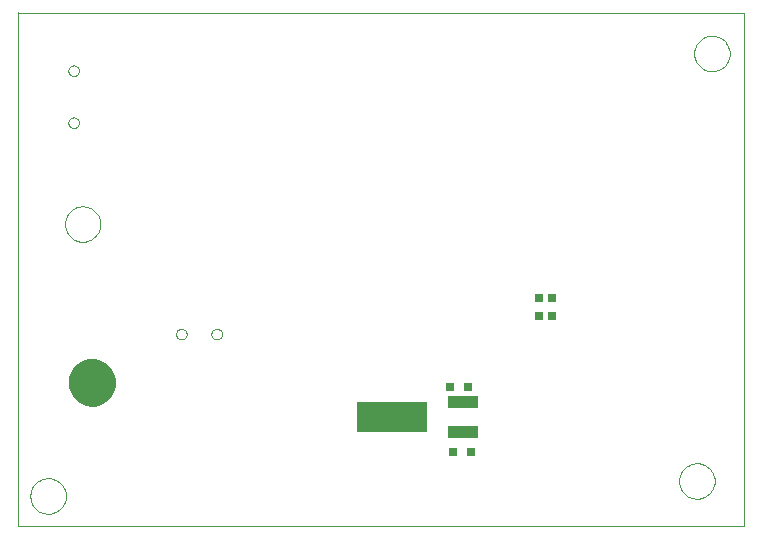
<source format=gbp>
G75*
G70*
%OFA0B0*%
%FSLAX24Y24*%
%IPPOS*%
%LPD*%
%AMOC8*
5,1,8,0,0,1.08239X$1,22.5*
%
%ADD10C,0.0000*%
%ADD11R,0.0315X0.0315*%
%ADD12C,0.0787*%
%ADD13R,0.2362X0.0984*%
%ADD14R,0.0984X0.0394*%
D10*
X000599Y000160D02*
X000599Y017278D01*
X000600Y017276D02*
X024780Y017276D01*
X024780Y000156D01*
X024779Y000160D02*
X000599Y000160D01*
X001008Y001160D02*
X001010Y001208D01*
X001016Y001256D01*
X001026Y001303D01*
X001039Y001349D01*
X001057Y001394D01*
X001077Y001438D01*
X001102Y001480D01*
X001130Y001519D01*
X001160Y001556D01*
X001194Y001590D01*
X001231Y001622D01*
X001269Y001651D01*
X001310Y001676D01*
X001353Y001698D01*
X001398Y001716D01*
X001444Y001730D01*
X001491Y001741D01*
X001539Y001748D01*
X001587Y001751D01*
X001635Y001750D01*
X001683Y001745D01*
X001731Y001736D01*
X001777Y001724D01*
X001822Y001707D01*
X001866Y001687D01*
X001908Y001664D01*
X001948Y001637D01*
X001986Y001607D01*
X002021Y001574D01*
X002053Y001538D01*
X002083Y001500D01*
X002109Y001459D01*
X002131Y001416D01*
X002151Y001372D01*
X002166Y001327D01*
X002178Y001280D01*
X002186Y001232D01*
X002190Y001184D01*
X002190Y001136D01*
X002186Y001088D01*
X002178Y001040D01*
X002166Y000993D01*
X002151Y000948D01*
X002131Y000904D01*
X002109Y000861D01*
X002083Y000820D01*
X002053Y000782D01*
X002021Y000746D01*
X001986Y000713D01*
X001948Y000683D01*
X001908Y000656D01*
X001866Y000633D01*
X001822Y000613D01*
X001777Y000596D01*
X001731Y000584D01*
X001683Y000575D01*
X001635Y000570D01*
X001587Y000569D01*
X001539Y000572D01*
X001491Y000579D01*
X001444Y000590D01*
X001398Y000604D01*
X001353Y000622D01*
X001310Y000644D01*
X001269Y000669D01*
X001231Y000698D01*
X001194Y000730D01*
X001160Y000764D01*
X001130Y000801D01*
X001102Y000840D01*
X001077Y000882D01*
X001057Y000926D01*
X001039Y000971D01*
X001026Y001017D01*
X001016Y001064D01*
X001010Y001112D01*
X001008Y001160D01*
X005861Y006558D02*
X005863Y006584D01*
X005869Y006610D01*
X005879Y006635D01*
X005892Y006658D01*
X005908Y006678D01*
X005928Y006696D01*
X005950Y006711D01*
X005973Y006723D01*
X005999Y006731D01*
X006025Y006735D01*
X006051Y006735D01*
X006077Y006731D01*
X006103Y006723D01*
X006127Y006711D01*
X006148Y006696D01*
X006168Y006678D01*
X006184Y006658D01*
X006197Y006635D01*
X006207Y006610D01*
X006213Y006584D01*
X006215Y006558D01*
X006213Y006532D01*
X006207Y006506D01*
X006197Y006481D01*
X006184Y006458D01*
X006168Y006438D01*
X006148Y006420D01*
X006126Y006405D01*
X006103Y006393D01*
X006077Y006385D01*
X006051Y006381D01*
X006025Y006381D01*
X005999Y006385D01*
X005973Y006393D01*
X005949Y006405D01*
X005928Y006420D01*
X005908Y006438D01*
X005892Y006458D01*
X005879Y006481D01*
X005869Y006506D01*
X005863Y006532D01*
X005861Y006558D01*
X007042Y006558D02*
X007044Y006584D01*
X007050Y006610D01*
X007060Y006635D01*
X007073Y006658D01*
X007089Y006678D01*
X007109Y006696D01*
X007131Y006711D01*
X007154Y006723D01*
X007180Y006731D01*
X007206Y006735D01*
X007232Y006735D01*
X007258Y006731D01*
X007284Y006723D01*
X007308Y006711D01*
X007329Y006696D01*
X007349Y006678D01*
X007365Y006658D01*
X007378Y006635D01*
X007388Y006610D01*
X007394Y006584D01*
X007396Y006558D01*
X007394Y006532D01*
X007388Y006506D01*
X007378Y006481D01*
X007365Y006458D01*
X007349Y006438D01*
X007329Y006420D01*
X007307Y006405D01*
X007284Y006393D01*
X007258Y006385D01*
X007232Y006381D01*
X007206Y006381D01*
X007180Y006385D01*
X007154Y006393D01*
X007130Y006405D01*
X007109Y006420D01*
X007089Y006438D01*
X007073Y006458D01*
X007060Y006481D01*
X007050Y006506D01*
X007044Y006532D01*
X007042Y006558D01*
X002162Y010225D02*
X002164Y010273D01*
X002170Y010321D01*
X002180Y010368D01*
X002193Y010414D01*
X002211Y010459D01*
X002231Y010503D01*
X002256Y010545D01*
X002284Y010584D01*
X002314Y010621D01*
X002348Y010655D01*
X002385Y010687D01*
X002423Y010716D01*
X002464Y010741D01*
X002507Y010763D01*
X002552Y010781D01*
X002598Y010795D01*
X002645Y010806D01*
X002693Y010813D01*
X002741Y010816D01*
X002789Y010815D01*
X002837Y010810D01*
X002885Y010801D01*
X002931Y010789D01*
X002976Y010772D01*
X003020Y010752D01*
X003062Y010729D01*
X003102Y010702D01*
X003140Y010672D01*
X003175Y010639D01*
X003207Y010603D01*
X003237Y010565D01*
X003263Y010524D01*
X003285Y010481D01*
X003305Y010437D01*
X003320Y010392D01*
X003332Y010345D01*
X003340Y010297D01*
X003344Y010249D01*
X003344Y010201D01*
X003340Y010153D01*
X003332Y010105D01*
X003320Y010058D01*
X003305Y010013D01*
X003285Y009969D01*
X003263Y009926D01*
X003237Y009885D01*
X003207Y009847D01*
X003175Y009811D01*
X003140Y009778D01*
X003102Y009748D01*
X003062Y009721D01*
X003020Y009698D01*
X002976Y009678D01*
X002931Y009661D01*
X002885Y009649D01*
X002837Y009640D01*
X002789Y009635D01*
X002741Y009634D01*
X002693Y009637D01*
X002645Y009644D01*
X002598Y009655D01*
X002552Y009669D01*
X002507Y009687D01*
X002464Y009709D01*
X002423Y009734D01*
X002385Y009763D01*
X002348Y009795D01*
X002314Y009829D01*
X002284Y009866D01*
X002256Y009905D01*
X002231Y009947D01*
X002211Y009991D01*
X002193Y010036D01*
X002180Y010082D01*
X002170Y010129D01*
X002164Y010177D01*
X002162Y010225D01*
X002273Y013602D02*
X002275Y013628D01*
X002281Y013654D01*
X002291Y013679D01*
X002304Y013702D01*
X002320Y013722D01*
X002340Y013740D01*
X002362Y013755D01*
X002385Y013767D01*
X002411Y013775D01*
X002437Y013779D01*
X002463Y013779D01*
X002489Y013775D01*
X002515Y013767D01*
X002539Y013755D01*
X002560Y013740D01*
X002580Y013722D01*
X002596Y013702D01*
X002609Y013679D01*
X002619Y013654D01*
X002625Y013628D01*
X002627Y013602D01*
X002625Y013576D01*
X002619Y013550D01*
X002609Y013525D01*
X002596Y013502D01*
X002580Y013482D01*
X002560Y013464D01*
X002538Y013449D01*
X002515Y013437D01*
X002489Y013429D01*
X002463Y013425D01*
X002437Y013425D01*
X002411Y013429D01*
X002385Y013437D01*
X002361Y013449D01*
X002340Y013464D01*
X002320Y013482D01*
X002304Y013502D01*
X002291Y013525D01*
X002281Y013550D01*
X002275Y013576D01*
X002273Y013602D01*
X002273Y015335D02*
X002275Y015361D01*
X002281Y015387D01*
X002291Y015412D01*
X002304Y015435D01*
X002320Y015455D01*
X002340Y015473D01*
X002362Y015488D01*
X002385Y015500D01*
X002411Y015508D01*
X002437Y015512D01*
X002463Y015512D01*
X002489Y015508D01*
X002515Y015500D01*
X002539Y015488D01*
X002560Y015473D01*
X002580Y015455D01*
X002596Y015435D01*
X002609Y015412D01*
X002619Y015387D01*
X002625Y015361D01*
X002627Y015335D01*
X002625Y015309D01*
X002619Y015283D01*
X002609Y015258D01*
X002596Y015235D01*
X002580Y015215D01*
X002560Y015197D01*
X002538Y015182D01*
X002515Y015170D01*
X002489Y015162D01*
X002463Y015158D01*
X002437Y015158D01*
X002411Y015162D01*
X002385Y015170D01*
X002361Y015182D01*
X002340Y015197D01*
X002320Y015215D01*
X002304Y015235D01*
X002291Y015258D01*
X002281Y015283D01*
X002275Y015309D01*
X002273Y015335D01*
X022633Y001660D02*
X022635Y001708D01*
X022641Y001756D01*
X022651Y001803D01*
X022664Y001849D01*
X022682Y001894D01*
X022702Y001938D01*
X022727Y001980D01*
X022755Y002019D01*
X022785Y002056D01*
X022819Y002090D01*
X022856Y002122D01*
X022894Y002151D01*
X022935Y002176D01*
X022978Y002198D01*
X023023Y002216D01*
X023069Y002230D01*
X023116Y002241D01*
X023164Y002248D01*
X023212Y002251D01*
X023260Y002250D01*
X023308Y002245D01*
X023356Y002236D01*
X023402Y002224D01*
X023447Y002207D01*
X023491Y002187D01*
X023533Y002164D01*
X023573Y002137D01*
X023611Y002107D01*
X023646Y002074D01*
X023678Y002038D01*
X023708Y002000D01*
X023734Y001959D01*
X023756Y001916D01*
X023776Y001872D01*
X023791Y001827D01*
X023803Y001780D01*
X023811Y001732D01*
X023815Y001684D01*
X023815Y001636D01*
X023811Y001588D01*
X023803Y001540D01*
X023791Y001493D01*
X023776Y001448D01*
X023756Y001404D01*
X023734Y001361D01*
X023708Y001320D01*
X023678Y001282D01*
X023646Y001246D01*
X023611Y001213D01*
X023573Y001183D01*
X023533Y001156D01*
X023491Y001133D01*
X023447Y001113D01*
X023402Y001096D01*
X023356Y001084D01*
X023308Y001075D01*
X023260Y001070D01*
X023212Y001069D01*
X023164Y001072D01*
X023116Y001079D01*
X023069Y001090D01*
X023023Y001104D01*
X022978Y001122D01*
X022935Y001144D01*
X022894Y001169D01*
X022856Y001198D01*
X022819Y001230D01*
X022785Y001264D01*
X022755Y001301D01*
X022727Y001340D01*
X022702Y001382D01*
X022682Y001426D01*
X022664Y001471D01*
X022651Y001517D01*
X022641Y001564D01*
X022635Y001612D01*
X022633Y001660D01*
X023133Y015910D02*
X023135Y015958D01*
X023141Y016006D01*
X023151Y016053D01*
X023164Y016099D01*
X023182Y016144D01*
X023202Y016188D01*
X023227Y016230D01*
X023255Y016269D01*
X023285Y016306D01*
X023319Y016340D01*
X023356Y016372D01*
X023394Y016401D01*
X023435Y016426D01*
X023478Y016448D01*
X023523Y016466D01*
X023569Y016480D01*
X023616Y016491D01*
X023664Y016498D01*
X023712Y016501D01*
X023760Y016500D01*
X023808Y016495D01*
X023856Y016486D01*
X023902Y016474D01*
X023947Y016457D01*
X023991Y016437D01*
X024033Y016414D01*
X024073Y016387D01*
X024111Y016357D01*
X024146Y016324D01*
X024178Y016288D01*
X024208Y016250D01*
X024234Y016209D01*
X024256Y016166D01*
X024276Y016122D01*
X024291Y016077D01*
X024303Y016030D01*
X024311Y015982D01*
X024315Y015934D01*
X024315Y015886D01*
X024311Y015838D01*
X024303Y015790D01*
X024291Y015743D01*
X024276Y015698D01*
X024256Y015654D01*
X024234Y015611D01*
X024208Y015570D01*
X024178Y015532D01*
X024146Y015496D01*
X024111Y015463D01*
X024073Y015433D01*
X024033Y015406D01*
X023991Y015383D01*
X023947Y015363D01*
X023902Y015346D01*
X023856Y015334D01*
X023808Y015325D01*
X023760Y015320D01*
X023712Y015319D01*
X023664Y015322D01*
X023616Y015329D01*
X023569Y015340D01*
X023523Y015354D01*
X023478Y015372D01*
X023435Y015394D01*
X023394Y015419D01*
X023356Y015448D01*
X023319Y015480D01*
X023285Y015514D01*
X023255Y015551D01*
X023227Y015590D01*
X023202Y015632D01*
X023182Y015676D01*
X023164Y015721D01*
X023151Y015767D01*
X023141Y015814D01*
X023135Y015862D01*
X023133Y015910D01*
D11*
X018391Y007763D03*
X017965Y007763D03*
X017965Y007163D03*
X018391Y007163D03*
X015588Y004811D03*
X014988Y004811D03*
X015083Y002625D03*
X015683Y002625D03*
D12*
X002680Y004935D02*
X002682Y004974D01*
X002688Y005013D01*
X002698Y005051D01*
X002711Y005088D01*
X002728Y005123D01*
X002748Y005157D01*
X002772Y005188D01*
X002799Y005217D01*
X002828Y005243D01*
X002860Y005266D01*
X002894Y005286D01*
X002930Y005302D01*
X002967Y005314D01*
X003006Y005323D01*
X003045Y005328D01*
X003084Y005329D01*
X003123Y005326D01*
X003162Y005319D01*
X003199Y005308D01*
X003236Y005294D01*
X003271Y005276D01*
X003304Y005255D01*
X003335Y005230D01*
X003363Y005203D01*
X003388Y005173D01*
X003410Y005140D01*
X003429Y005106D01*
X003444Y005070D01*
X003456Y005032D01*
X003464Y004994D01*
X003468Y004955D01*
X003468Y004915D01*
X003464Y004876D01*
X003456Y004838D01*
X003444Y004800D01*
X003429Y004764D01*
X003410Y004730D01*
X003388Y004697D01*
X003363Y004667D01*
X003335Y004640D01*
X003304Y004615D01*
X003271Y004594D01*
X003236Y004576D01*
X003199Y004562D01*
X003162Y004551D01*
X003123Y004544D01*
X003084Y004541D01*
X003045Y004542D01*
X003006Y004547D01*
X002967Y004556D01*
X002930Y004568D01*
X002894Y004584D01*
X002860Y004604D01*
X002828Y004627D01*
X002799Y004653D01*
X002772Y004682D01*
X002748Y004713D01*
X002728Y004747D01*
X002711Y004782D01*
X002698Y004819D01*
X002688Y004857D01*
X002682Y004896D01*
X002680Y004935D01*
D13*
X013049Y003810D03*
D14*
X015411Y003310D03*
X015411Y004310D03*
M02*

</source>
